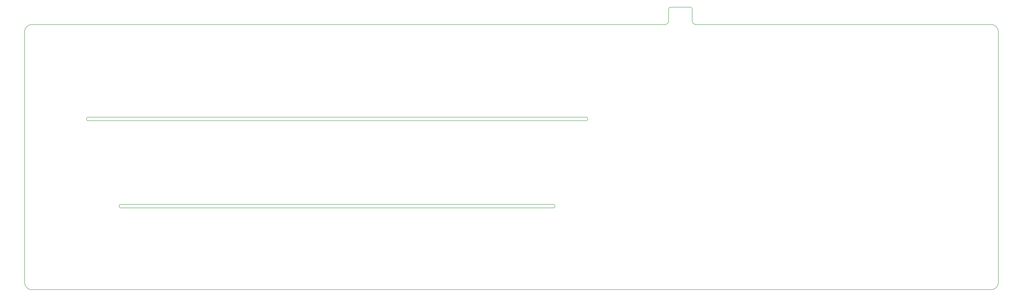
<source format=gm1>
G04 #@! TF.GenerationSoftware,KiCad,Pcbnew,(5.0.0)*
G04 #@! TF.CreationDate,2019-02-16T19:44:34-08:00*
G04 #@! TF.ProjectId,Voyager104,566F79616765723130342E6B69636164,rev?*
G04 #@! TF.SameCoordinates,Original*
G04 #@! TF.FileFunction,Profile,NP*
%FSLAX46Y46*%
G04 Gerber Fmt 4.6, Leading zero omitted, Abs format (unit mm)*
G04 Created by KiCad (PCBNEW (5.0.0)) date 02/16/19 19:44:34*
%MOMM*%
%LPD*%
G01*
G04 APERTURE LIST*
%ADD10C,0.200000*%
G04 APERTURE END LIST*
D10*
X81756250Y-111918750D02*
X270668750Y-111918750D01*
X270668750Y-110331250D02*
X81756250Y-110331250D01*
X270668750Y-110331250D02*
G75*
G02X270668750Y-111918750I0J-793750D01*
G01*
X81756250Y-111918750D02*
G75*
G02X81756250Y-110331250I0J793750D01*
G01*
X67468750Y-73818750D02*
X284956250Y-73818750D01*
X284956250Y-72231250D02*
X67468750Y-72231250D01*
X284956250Y-72231250D02*
G75*
G02X284956250Y-73818750I0J-793750D01*
G01*
X67468750Y-73818750D02*
G75*
G02X67468750Y-72231250I0J793750D01*
G01*
X321071875Y-30162500D02*
G75*
G02X319484375Y-31750000I-1587500J0D01*
G01*
X332978125Y-31750000D02*
G75*
G02X331390625Y-30162500I0J1587500D01*
G01*
X321071875Y-30162500D02*
X321071875Y-25003125D01*
X331390625Y-25003125D02*
X331390625Y-30162500D01*
X321865625Y-24209375D02*
X330596875Y-24209375D01*
X330596875Y-24209375D02*
G75*
G02X331390625Y-25003125I0J-793750D01*
G01*
X321071875Y-25003125D02*
G75*
G02X321865625Y-24209375I793750J0D01*
G01*
X332978125Y-31750000D02*
X461962500Y-31750000D01*
X42862500Y-31750000D02*
X319484375Y-31750000D01*
X39687500Y-144462500D02*
X39687500Y-34925000D01*
X461962500Y-147637500D02*
X42862500Y-147637500D01*
X465137500Y-34925000D02*
X465137500Y-144462500D01*
X461962500Y-31750000D02*
G75*
G02X465137500Y-34925000I0J-3175000D01*
G01*
X465137500Y-144462500D02*
G75*
G02X461962500Y-147637500I-3175000J0D01*
G01*
X42862500Y-147637500D02*
G75*
G02X39687500Y-144462500I0J3175000D01*
G01*
X39687500Y-34925000D02*
G75*
G02X42862500Y-31750000I3175000J0D01*
G01*
M02*

</source>
